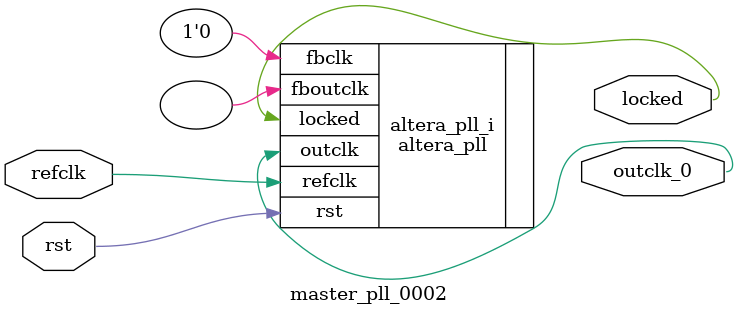
<source format=v>
`timescale 1ns/10ps
module  master_pll_0002(

	// interface 'refclk'
	input wire refclk,

	// interface 'reset'
	input wire rst,

	// interface 'outclk0'
	output wire outclk_0,

	// interface 'locked'
	output wire locked
);

	altera_pll #(
		.fractional_vco_multiplier("false"),
		.reference_clock_frequency("100.0 MHz"),
		.operation_mode("normal"),
		.number_of_clocks(1),
		.output_clock_frequency0("16.384180 MHz"),
		.phase_shift0("0 ps"),
		.duty_cycle0(50),
		.output_clock_frequency1("0 MHz"),
		.phase_shift1("0 ps"),
		.duty_cycle1(50),
		.output_clock_frequency2("0 MHz"),
		.phase_shift2("0 ps"),
		.duty_cycle2(50),
		.output_clock_frequency3("0 MHz"),
		.phase_shift3("0 ps"),
		.duty_cycle3(50),
		.output_clock_frequency4("0 MHz"),
		.phase_shift4("0 ps"),
		.duty_cycle4(50),
		.output_clock_frequency5("0 MHz"),
		.phase_shift5("0 ps"),
		.duty_cycle5(50),
		.output_clock_frequency6("0 MHz"),
		.phase_shift6("0 ps"),
		.duty_cycle6(50),
		.output_clock_frequency7("0 MHz"),
		.phase_shift7("0 ps"),
		.duty_cycle7(50),
		.output_clock_frequency8("0 MHz"),
		.phase_shift8("0 ps"),
		.duty_cycle8(50),
		.output_clock_frequency9("0 MHz"),
		.phase_shift9("0 ps"),
		.duty_cycle9(50),
		.output_clock_frequency10("0 MHz"),
		.phase_shift10("0 ps"),
		.duty_cycle10(50),
		.output_clock_frequency11("0 MHz"),
		.phase_shift11("0 ps"),
		.duty_cycle11(50),
		.output_clock_frequency12("0 MHz"),
		.phase_shift12("0 ps"),
		.duty_cycle12(50),
		.output_clock_frequency13("0 MHz"),
		.phase_shift13("0 ps"),
		.duty_cycle13(50),
		.output_clock_frequency14("0 MHz"),
		.phase_shift14("0 ps"),
		.duty_cycle14(50),
		.output_clock_frequency15("0 MHz"),
		.phase_shift15("0 ps"),
		.duty_cycle15(50),
		.output_clock_frequency16("0 MHz"),
		.phase_shift16("0 ps"),
		.duty_cycle16(50),
		.output_clock_frequency17("0 MHz"),
		.phase_shift17("0 ps"),
		.duty_cycle17(50),
		.pll_type("General"),
		.pll_subtype("General")
	) altera_pll_i (
		.rst	(rst),
		.outclk	({outclk_0}),
		.locked	(locked),
		.fboutclk	( ),
		.fbclk	(1'b0),
		.refclk	(refclk)
	);
endmodule


</source>
